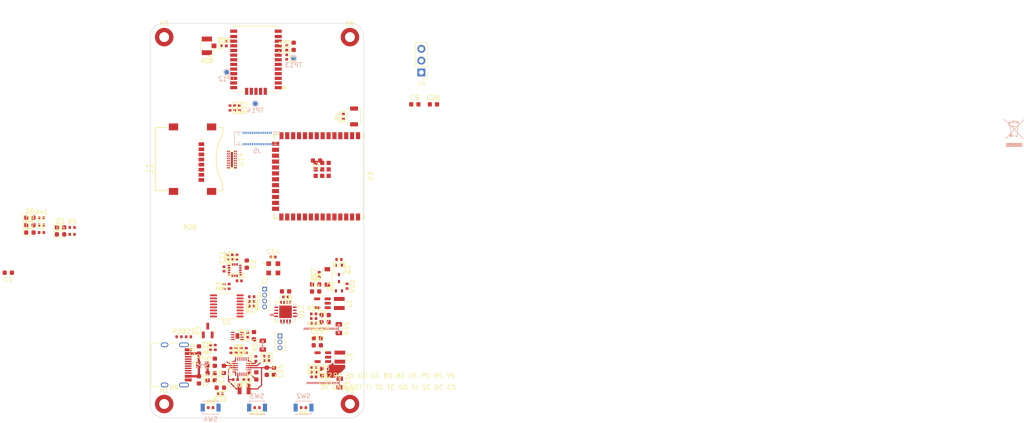
<source format=kicad_pcb>
(kicad_pcb (version 20211014) (generator pcbnew)
  (layers (0 "F.Cu" signal) (1 "In1.Cu" signal) (2 "In2.Cu" signal) (31 "B.Cu" signal) (34 "B.Paste" user) (35 "F.Paste" user) (36 "B.SilkS" user "B.Silkscreen") (37 "F.SilkS" user "F.Silkscreen") (38 "B.Mask" user) (39 "F.Mask" user) (44 "Edge.Cuts" user))
  (net 0 "")
  (net 1 "Net-(C16-Pad1)")
  (net 2 "VBUS")
  (net 3 "VDD_NVDC")
  (net 4 "+BATT")
  (net 5 "/GPS/GPS_RF")
  (net 6 "Net-(C6-Pad1)")
  (net 7 "/GPS/L96_1PPS")
  (net 8 "Net-(D3-Pad1)")
  (net 9 "/GPS/GPS_UART.RX")
  (net 10 "/GPS/GPS_UART.TX")
  (net 11 "VDD_CORE_3V3")
  (net 12 "Net-(C13-Pad1)")
  (net 13 "Net-(C6-Pad2)")
  (net 14 "VDD_AUX_3V3")
  (net 15 "Net-(C31-Pad1)")
  (net 16 "Net-(C10-Pad1)")
  (net 17 "Net-(C10-Pad2)")
  (net 18 "Net-(C31-Pad2)")
  (net 19 "Net-(D1-Pad2)")
  (net 20 "Net-(C23-Pad1)")
  (net 21 "Net-(C37-Pad1)")
  (net 22 "Net-(D3-Pad2)")
  (net 23 "/Power/PORT_D+")
  (net 24 "/Power/PORT_D-")
  (net 25 "Net-(J2-PadA5)")
  (net 27 "Net-(J2-PadB5)")
  (net 29 "Net-(J3-Pad2)")
  (net 30 "Net-(L1-Pad1)")
  (net 31 "/Power/CORE_ENABLE")
  (net 32 "Net-(D7-Pad2)")
  (net 33 "Net-(D8-Pad2)")
  (net 34 "Net-(R19-Pad1)")
  (net 35 "/Power/USB_CHG.D-")
  (net 36 "/Power/USB_CHG.D+")
  (net 37 "/Power/USB_ESP.D-")
  (net 38 "Net-(R31-Pad2)")
  (net 39 "/Power/BOOTSTRAP")
  (net 40 "Net-(J1-Pad1)")
  (net 41 "Net-(J1-Pad2)")
  (net 42 "Net-(J1-Pad3)")
  (net 43 "Net-(R36-Pad2)")
  (net 44 "/Power/USB_ESP.D+")
  (net 45 "Net-(J1-Pad5)")
  (net 46 "Net-(D6-Pad2)")
  (net 47 "Net-(J1-Pad7)")
  (net 48 "/Power/BMS_INT")
  (net 49 "/Processor/NAV_BTN")
  (net 50 "/Processor/BOOT_BTN")
  (net 51 "~{RESET}")
  (net 52 "/Display/LCD_RGB.B1")
  (net 53 "/Display/LCD_RGB.B0")
  (net 54 "/Display/LCD_RGB.G2")
  (net 55 "/Display/LCD_RGB.G1")
  (net 56 "/Display/LCD_RGB.G0")
  (net 57 "/Display/LCD_RGB.R2")
  (net 58 "/Display/LCD_RGB.R1")
  (net 59 "/Display/LCD_RGB.R0")
  (net 60 "/Display/DISPLAY_BL")
  (net 61 "Net-(J1-Pad8)")
  (net 62 "/Power/SHUTDOWN")
  (net 63 "/Power/POWER_BUTTON")
  (net 64 "Net-(D5-Pad2)")
  (net 65 "/GPS/ANT_RF")
  (net 66 "/GPS/MOD_RF")
  (net 73 "Net-(TP13-Pad1)")
  (net 74 "Net-(R34-Pad1)")
  (net 75 "Net-(R36-Pad1)")
  (net 76 "Net-(R44-Pad1)")
  (net 77 "Net-(R46-Pad1)")
  (net 78 "/Power/ISENSE_INT")
  (net 79 "/Display/TOUCH_INT")
  (net 80 "/Power/ISENSE_SDA")
  (net 81 "/Power/ISENSE_SCL")
  (net 82 "Net-(L3-Pad1)")
  (net 83 "/Processor/STATUS_IOEXP0")
  (net 84 "/Processor/STATUS_IOEXP1")
  (net 85 "Net-(R9-Pad1)")
  (net 86 "/Processor/STATUS_ESP")
  (net 87 "/Display/LCD_SPI_CS")
  (net 88 "/Display/LCD_MUX0")
  (net 89 "/Display/LCD_MUX1")
  (net 90 "/Display/LCD_MUX2")
  (net 91 "/GPS/GPS_FIX")
  (net 92 "/GPS/GPS_FORCE_ON")
  (net 93 "/Power/AUX_REG_EN")
  (net 94 "/Processor/IOEXP_INT")
  (net 98 "/Power/VCORE_S-")
  (net 99 "/Power/VCORE_S+")
  (net 100 "/Power/VAUX_S-")
  (net 101 "/Power/VAUX_S+")
  (net 102 "/Power/VBUS_S+")
  (net 103 "/Power/VBUS_S-")
  (net 104 "/Power/VBAT_S-")
  (net 105 "/Power/VBAT_S+")
  (net 106 "/Display/LCD_MUX3")
  (net 107 "/Processor/SDMMC.D1")
  (net 108 "/Processor/SDMMC.D2")
  (net 109 "/Processor/SDMMC.D0")
  (net 110 "/Processor/SDMMC.CLK")
  (net 111 "/Processor/SDMMC.CMD")
  (net 112 "/Processor/SDMMC.D3")
  (net 116 "/Processor/DEBUG_TX")
  (net 117 "/Processor/DEBUG_RX")
  (net 118 "Net-(R50-Pad1)")
  (net 119 "Net-(R52-Pad1)")
  (net 120 "Net-(R53-Pad1)")
  (net 121 "Net-(R54-Pad1)")
  (net 122 "Net-(C35-Pad1)")
  (net 123 "GND")
  (net 124 "/Display/SYS_I2C.SCL")
  (net 125 "/Display/SYS_I2C.SDA")
  (footprint "Capacitor_SMD:C_0603_1608Metric" (layer "F.Cu") (at 65.91618 118.025 90)
    (fp_text reference "C41")
    (fp_text value "4.7u")
  )
  (footprint "bt_Resistor:R_0805_4WKelvin" (layer "F.Cu") (at 63.32618 118.6)
    (fp_text reference "R42")
    (fp_text value "R_Shunt")
  )
  (footprint "Resistor_SMD:R_0402_1005Metric" (layer "F.Cu") (at 72.6975 115.5 90)
    (fp_text reference "R44")
    (fp_text value "0")
  )
  (footprint "bt_Module_GPS:Quectel_L96-M33" (layer "F.Cu") (at 74.78382 52.69632 180)
    (fp_text reference "U4")
    (fp_text value "L96-M33")
  )
  (footprint "Capacitor_SMD:C_0603_1608Metric" (layer "F.Cu") (at 89.738751 119.436251 180)
    (fp_text reference "C32")
    (fp_text value "10u")
  )
  (footprint "Resistor_SMD:R_0402_1005Metric" (layer "F.Cu") (at 65.02132 127.8)
    (fp_text reference "R8")
    (fp_text value "100k")
  )
  (footprint "Resistor_SMD:R_0402_1005Metric" (layer "F.Cu") (at 94.4 101.65 -90)
    (fp_text reference "R20")
    (fp_text value "100k")
  )
  (footprint "Resistor_SMD:R_0402_1005Metric" (layer "F.Cu") (at 73.865 104.935 180)
    (fp_text reference "R48")
    (fp_text value "0")
  )
  (footprint "Package_TO_SOT_SMD:SOT-23" (layer "F.Cu") (at 64.4 111.2 90)
    (fp_text reference "D4")
    (fp_text value "PESD3V3L2UM")
  )
  (footprint "Resistor_SMD:R_0402_1005Metric" (layer "F.Cu") (at 69.7 95.4 90)
    (fp_text reference "R9")
    (fp_text value "10k")
  )
  (footprint "Capacitor_SMD:C_0603_1608Metric" (layer "F.Cu") (at 87.63 101.271)
    (fp_text reference "C5")
    (fp_text value "4.7u")
  )
  (footprint "Capacitor_SMD:C_0603_1608Metric" (layer "F.Cu") (at 81.15 102.775 180)
    (fp_text reference "C38")
    (fp_text value "4.7u")
  )
  (footprint "Resistor_SMD:R_0402_1005Metric" (layer "F.Cu") (at 77.0625 117.675)
    (fp_text reference "R36")
    (fp_text value "14k")
  )
  (footprint "LED_SMD:LED_0603_1608Metric" (layer "F.Cu") (at 26.1 88.5)
    (fp_text reference "D8")
    (fp_text value "LED_Small_Filled")
  )
  (footprint "Capacitor_SMD:C_0402_1005Metric" (layer "F.Cu") (at 81.15 103.975 180)
    (fp_text reference "C39")
    (fp_text value "0.1u")
  )
  (footprint "Resistor_SMD:R_0402_1005Metric" (layer "F.Cu") (at 92.65 95.9 180)
    (fp_text reference "R23")
    (fp_text value "100k")
  )
  (footprint "Resistor_SMD:R_0402_1005Metric" (layer "F.Cu") (at 73.865 103.925 180)
    (fp_text reference "R49")
    (fp_text value "0")
  )
  (footprint "Resistor_SMD:R_0402_1005Metric" (layer "F.Cu") (at 69 101.7 90)
    (fp_text reference "R4")
    (fp_text value "4.7k")
  )
  (footprint "Capacitor_SMD:C_0603_1608Metric" (layer "F.Cu") (at 89.675 109.4 180)
    (fp_text reference "C8")
    (fp_text value "10u")
  )
  (footprint "Capacitor_SMD:C_0402_1005Metric" (layer "F.Cu") (at 87.238751 121.186251)
    (fp_text reference "C31")
    (fp_text value "10p")
  )
  (footprint "Connector_USB:USB_C_Receptacle_HRO_TYPE-C-31-M-12" (layer "F.Cu") (at 56.155 118.6 -90)
    (fp_text reference "J2")
    (fp_text value "USB_C_Receptacle_USB2.0")
  )
  (footprint "LED_SMD:LED_0603_1608Metric" (layer "F.Cu") (at 26.1 90.1)
    (fp_text reference "D7")
    (fp_text value "LED_Small_Filled")
  )
  (footprint "Mounting_Wuerth:Mounting_Wuerth_WA-SMSI-M1.6_H2mm_9774020633" (layer "F.Cu") (at 55.02132 48.02132)
    (fp_text reference "H3")
    (fp_text value "TL")
  )
  (footprint "Resistor_SMD:R_0402_1005Metric" (layer "F.Cu") (at 67.89 49.9)
    (fp_text reference "R38")
    (fp_text value "0")
  )
  (footprint "Resistor_SMD:R_0402_1005Metric" (layer "F.Cu") (at 73.84 105.95 180)
    (fp_text reference "R47")
    (fp_text value "0")
  )
  (footprint "Package_TO_SOT_SMD:SOT-23-5" (layer "F.Cu") (at 89.188751 116.936251 180)
    (fp_text reference "U13")
    (fp_text value "TLV62569DBV/AP3428")
  )
  (footprint "Resistor_SMD:R_0402_1005Metric" (layer "F.Cu") (at 70.4975 115.5 -90)
    (fp_text reference "R25")
    (fp_text value "0")
  )
  (footprint "Capacitor_SMD:C_0603_1608Metric" (layer "F.Cu") (at 89.675 107.875 180)
    (fp_text reference "C7")
    (fp_text value "10u")
  )
  (footprint "bt_Resistor:R_0805_4WKelvin" (layer "F.Cu") (at 92.813751 122.486251 -90)
    (fp_text reference "R51")
    (fp_text value "R_Shunt")
  )
  (footprint "Resistor_SMD:R_0402_1005Metric" (layer "F.Cu") (at 88.4 99.15 90)
    (fp_text reference "R27")
    (fp_text value "100k")
  )
  (footprint "Capacitor_SMD:C_0402_1005Metric" (layer "F.Cu") (at 81.4 50.32 90)
    (fp_text reference "C19")
    (fp_text value "0.1u")
  )
  (footprint "Capacitor_SMD:C_0603_1608Metric" (layer "F.Cu") (at 72.8 96.9 -90)
    (fp_text reference "C2")
    (fp_text value "4.7u")
  )
  (footprint "LED_SMD:LED_0603_1608Metric" (layer "F.Cu") (at 32.7 89)
    (fp_text reference "D1")
    (fp_text value "LED_Small_Filled")
  )
  (footprint "Resistor_SMD:R_0402_1005Metric" (layer "F.Cu") (at 74.7625 117.275 90)
    (fp_text reference "R46")
    (fp_text value "0")
  )
  (footprint "Resistor_SMD:R_0402_1005Metric" (layer "F.Cu") (at 77.0625 116.725 180)
    (fp_text reference "R37")
    (fp_text value "14k")
  )
  (footprint "Capacitor_SMD:C_0603_1608Metric" (layer "F.Cu") (at 67.8625 119.575 -90)
    (fp_text reference "C23")
    (fp_text value "10u")
  )
  (footprint "Resistor_SMD:R_0402_1005Metric" (layer "F.Cu") (at 67.937 101.7 90)
    (fp_text reference "R3")
    (fp_text value "4.7k")
  )
  (footprint "Resistor_SMD:R_0402_1005Metric" (layer "F.Cu") (at 75.02132 127.8 180)
    (fp_text reference "R19")
    (fp_text value "100k")
  )
  (footprint "Resistor_SMD:R_0402_1005Metric" (layer "F.Cu") (at 69.3975 115.5 -90)
    (fp_text reference "R24")
    (fp_text value "0")
  )
  (footprint "Package_DFN_QFN:UQFN-16-1EP_4x4mm_P0.65mm_EP2.7x2.7mm" (layer "F.Cu") (at 81.15 107.175 -90)
    (fp_text reference "U12")
    (fp_text value "PAC1944")
  )
  (footprint "LED_SMD:LED_0603_1608Metric" (layer "F.Cu") (at 32.7 90.5)
    (fp_text reference "D5")
    (fp_text value "LED_Small_Filled")
  )
  (footprint "Connector_PinHeader_1.27mm:PinHeader_1x03_P1.27mm_Vertical" (layer "F.Cu") (at 79.94632 112.3775)
    (fp_text reference "J3")
    (fp_text value "BATTERY")
  )
  (footprint "LED_SMD:LED_0603_1608Metric" (layer "F.Cu") (at 67.11618 123.5 180)
    (fp_text reference "D3")
    (fp_text value "LED_Small_Filled")
  )
  (footprint "Resistor_SMD:R_0402_1005Metric" (layer "F.Cu") (at 71.5975 115.5 90)
    (fp_text reference "R34")
    (fp_text value "14k")
  )
  (footprint "Connector_Coaxial:U.FL_Hirose_U.FL-R-SMT-1_Vertical" (layer "F.Cu") (at 64.69 49.9 180)
    (fp_text reference "AE1")
    (fp_text value "Antenna_Shield")
  )
  (footprint "Capacitor_SMD:C_0603_1608Metric" (layer "F.Cu") (at 113 62.5)
    (fp_text reference "C26")
    (fp_text value "1u")
  )
  (footprint "Capacitor_SMD:C_0603_1608Metric" (layer "F.Cu") (at 82.9 50 90)
    (fp_text reference "C18")
    (fp_text value "4.7u")
  )
  (footprint "Capacitor_SMD:C_0603_1608Metric" (layer "F.Cu") (at 62.50118 115.375 90)
    (fp_text reference "C36")
    (fp_text value "4.7u")
  )
  (footprint "Capacitor_SMD:C_0603_1608Metric" (layer "F.Cu") (at 87.825 74.6 180)
    (fp_text reference "C3")
    (fp_text value "4.7u")
  )
  (footprint "Resistor_SMD:R_0402_1005Metric" (layer "F.Cu") (at 87.2 108.625 180)
    (fp_text reference "R29")
    (fp_text value "?")
  )
  (footprint "Resistor_SMD:R_0402_1005Metric" (layer "F.Cu") (at 69.2 63.275 -90)
    (fp_text reference "R53")
    (fp_text value "0")
  )
  (footprint "Capacitor_SMD:C_0603_1608Metric" (layer "F.Cu") (at 87.988751 114.386251)
    (fp_text reference "C30")
    (fp_text value "1u")
  )
  (footprint "Inductor_SMD:L_Wuerth_MAPI-2510" (layer "F.Cu") (at 72.23 123.775)
    (fp_text reference "L2")
    (fp_text value "0.47u")
  )
  (footprint "Resistor_SMD:R_0402_1005Metric" (layer "F.Cu") (at 28.6 86.9)
    (fp_text reference "R41")
    (fp_text value "1k")
  )
  (footprint "Resistor_SMD:R_0402_1005Metric" (layer "F.Cu") (at 65.01618 114.84 90)
    (fp_text reference "R33")
    (fp_text value "0")
  )
  (footprint "Capacitor_SMD:C_0603_1608Metric" (layer "F.Cu") (at 21.45 98.75 180)
    (fp_text reference "C1")
    (fp_text value "4.7u")
  )
  (footprint "Connector_PinHeader_2.54mm:PinHeader_1x03_P2.54mm_Vertical" (layer "F.Cu") (at 110.4 55.625 180)
    (fp_text reference "J4")
    (fp_text value "Debug UART")
  )
  (footprint "Capacitor_SMD:C_0603_1608Metric" (layer "F.Cu") (at 74.34632 112.3 90)
    (fp_text reference "C34")
    (fp_text value "10u")
  )
  (footprint "Resistor_SMD:R_0402_1005Metric" (layer "F.Cu") (at 60.255 112.55)
    (fp_text reference "R21")
    (fp_text value "0")
  )
  (footprint "Capacitor_SMD:C_0603_1608Metric" (layer "F.Cu") (at 65.91618 121.15 -90)
    (fp_text reference "C22")
    (fp_text value "4.7u")
  )
  (footprint "Capacitor_SMD:C_0402_1005Metric" (layer "F.Cu") (at 87.2 109.625 180)
    (fp_text reference "C6")
    (fp_text value "10p")
  )
  (footprint "Capacitor_SMD:C_0603_1608Metric" (layer "F.Cu") (at 87.63 102.78975)
    (fp_text reference "C4")
    (fp_text value "1u")
  )
  (footprint "Resistor_SMD:R_0402_1005Metric" (layer "F.Cu") (at 72.6625 121.775 180)
    (fp_text reference "R31")
    (fp_text value "1k")
  )
  (footprint "Capacitor_SMD:C_0603_1608Metric" (layer "F.Cu") (at 74.8625 120.975 90)
    (fp_text reference "C37")
    (fp_text value "10u")
  )
  (footprint "Resistor_SMD:R_0402_1005Metric" (layer "F.Cu") (at 66.01618 114.84 90)
    (fp_text reference "R26")
    (fp_text value "0")
  )
  (footprint "Capacitor_SMD:C_0402_1005Metric" (layer "F.Cu") (at 78.475 95.375)
    (fp_text reference "C14")
    (fp_text value "0.1u")
  )
  (footprint "Capacitor_SMD:C_0603_1608Metric" (layer "F.Cu") (at 89.738751 120.986251 180)
    (fp_text reference "C33")
    (fp_text value "10u")
  )
  (footprint "bt_Package_LGA:TE_MS563702BA03-50" (layer "F.Cu") (at 78.5125 97.8)
    (fp_text reference "U6")
    (fp_text value "MS5637-02BA03")
  )
  (footprint "Resistor_SMD:R_0402_1005Metric" (layer "F.Cu") (at 35.2 89)
    (fp_text reference "R5")
    (fp_text value "1k")
  )
  (footprint "bt_Resistor:R_0805_4WKelvin" (layer "F.Cu") (at 76.24632 114.3525 90)
    (fp_text reference "R50")
    (fp_text value "R_Shunt")
  )
  (footprint "Capacitor_SMD:C_0603_1608Metric" (layer "F.Cu") (at 78.6625 119.975 -90)
    (fp_text reference "C25")
    (fp_text value "10u")
  )
  (footprint "Inductor_SMD:L_Wuerth_MAPI-2510" (layer "F.Cu") (at 92.725 105.375 -90)
    (fp_text reference "L1")
    (fp_text value "1u")
  )
  (footprint "Resistor_SMD:R_0402_1005Metric" (layer "F.Cu") (at 70.2 63.275 -90)
    (fp_text reference "R54")
    (fp_text value "0")
  )
  (footprint "bt_Package_DFN:UDFN-16-4x1.6_P0.5mm_EP3x0.5mm" (layer "F.Cu") (at 69.6 74.4 90)
    (fp_text reference "U14")
    (fp_text value "EClamp2410P")
  )
  (footprint "Diode_SMD:D_SOD-123" (layer "F.Cu") (at 90.15 99.65 90)
    (fp_text reference "D2")
    (fp_text value "MBR0540")
  )
  (footprint "Capacitor_SMD:C_0402_1005Metric" (layer "F.Cu") (at 73.00632 112.15 90)
    (fp_text reference "C20")
    (fp_text value "0.1u")
  )
  (footprint "Resistor_SMD:R_0402_1005Metric" (layer "F.Cu") (at 87.238751 120.186251)
    (fp_text reference "R35")
    (fp_text value "?")
  )
  (footprint "Button_Switch_SMD:SW_SPST_B3U-1000P" (layer "F.Cu") (at 95.9 65.1 90)
    (fp_text reference "SW1")
    (fp_text value "RESET")
  )
  (footprint "bt_Connector_uSD:GCT_MEM2067-02-180-00-A_REVB" (layer "F.Cu") (at 60.4 74.3 90)
    (fp_text reference "J1")
    (fp_text value "MEM2067")
  )
  (footprint "Capacitor_SMD:C_0603_1608Metric" (layer "F.Cu") (at 108.99 62.5)
    (fp_text reference "C9")
    (fp_text value "1u")
  )
  (footprint "Resistor_SMD:R_0402_1005Metric" (layer "F.Cu") (at 93.6 65.1 90)
    (fp_text reference "R1")
    (fp_text value "100k")
  )
  (footprint "Resistor_SMD:R_0402_1005Metric" (layer "F.Cu") (at 85.02132 127.8 180)
    (fp_text reference "R6")
    (fp_text value "100k")
  )
  (footprint "Package_TO_SOT_SMD:SOT-23-5" (layer "F.Cu") (at 89.1 105.325 180)
    (fp_text reference "U7")
    (fp_text value "TLV62569DBV/AP3428")
  )
  (footprint "Connector_PinHeader_1.27mm:PinHeader_1x04_P1.27mm_Vertical" (layer "F.Cu") (at 76.65 102.3)
    (fp_text reference "J7")
    (fp_text value "I2C ISENSE")
  )
  (footprint "Resistor_SMD:R_0402_1005Metric" (layer "F.Cu") (at 35.2 90.5)
    (fp_text reference "R28")
    (fp_text value "1k")
  )
  (footprint "Capacitor_SMD:C_0603_1608Metric" (layer "F.Cu") (at 87.988751 112.836251)
    (fp_text reference "C29")
    (fp_text value "4.7u")
  )
  (footprint "Resistor_SMD:R_0402_1005Metric" (layer "F.Cu") (at 58.215 112.55)
    (fp_text reference "R22")
    (fp_text value "0")
  )
  (footprint "Resistor_SMD:R_0402_1005Metric" (layer "F.Cu") (at 67.11618 124.8 180)
    (fp_text reference "R32")
    (fp_text value "1k")
  )
  (footprint "Resistor_SMD:R_0402_1005Metric" (layer "F.Cu") (at 68.4 49.4025 90)
    (fp_text reference "R39")
    (fp_text value "0")
  )
  (footprint "Capacitor_SMD:C_0402_1005Metric" (layer "F.Cu") (at 81.4 52.32 -90)
    (fp_text reference "C17")
    (fp_text value "0.1u")
  )
  (footprint "Capacitor_SMD:C_0603_1608Metric" (layer "F.Cu") (at 64.36618 121.15 -90)
    (fp_text reference "C21")
    (fp_text value "4.7u")
  )
  (footprint "Capacitor_SMD:C_0402_1005Metric" (layer "F.Cu") (at 70.7 95.4 90)
    (fp_text reference "C12")
    (fp_text value "0.1u")
  )
  (footprint "bt_Package_QFN:MP_QFN-26-3.5x3.5_P0.45mm" (layer "F.Cu") (at 71.7625 118.975)
    (fp_text reference "U8")
    (fp_text value "MP2723")
  )
  (footprint "bt_Espressif:ESP32-S3-WROOM-1U" (layer "F.Cu") (at 88.5 78 -90)
    (fp_text reference "U3")
    (fp_text value "ESP32-S3-WROOM-1-PinOrder")
  )
  (footprint "LED_SMD:LED_0603_1608Metric" (layer "F.Cu") (at 26.1 86.9)
    (fp_text reference "D6")
    (fp_text value "LED_Small_Filled")
  )
  (footprint "Capacitor_SMD:C_0603_1608Metric" (layer "F.Cu") (at 77.1125 119.975 -90)
    (fp_text reference "C24")
    (fp_text value "10u")
  )
  (footprint "Mounting_Wuerth:Mounting_Wuerth_WA-SMSI-M1.6_H2mm_9774020633" (layer "F.Cu") (at 95.02132 127.02132)
    (fp_text reference "H2")
    (fp_text value "BR")
  )
  (footprint "Resistor_SMD:R_0402_1005Metric" (layer "F.Cu") (at 87.238751 119.186251 180)
    (fp_text reference "R43")
    (fp_text value "100k")
  )
  (footprint "Resistor_SMD:R_0402_1005Metric" (layer "F.Cu") (at 28.6 88.5)
    (fp_text reference "R7")
    (fp_text value "1k")
  )
  (footprint "Resistor_SMD:R_0402_1005Metric" (layer "F.Cu") (at 71.2 63.275 -90)
    (fp_text reference "R52")
    (fp_text value "0")
  )
  (footprint "Capacitor_SMD:C_0402_1005Metric" (layer "F.Cu") (at 71.18 100.5)
    (fp_text reference "C16")
    (fp_text value "0.1u")
  )
  (footprint "Resistor_SMD:R_0402_1005Metric" (layer "F.Cu") (at 28.6 90.1)
    (fp_text reference "R2")
    (fp_text value "1k")
  )
  (footprint "Package_LGA:LGA-16_3x3mm_P0.5mm_LayoutBorder3x5y" (layer "F.Cu") (at 70.2 98.2)
    (fp_text reference "U5")
    (fp_text value "FXOS8700CQR1")
  )
  (footprint "bt_Resistor:R_0805_4WKelvin" (layer "F.Cu") (at 92.625 110.8 -90)
    (fp_text reference "R45")
    (fp_text value "R_Shunt")
  )
  (footprint "Package_TO_SOT_SMD:SOT-323_SC-70" (layer "F.Cu") (at 92.65 101.65 90)
    (fp_text reference "Q3")
    (fp_text value "Q_NMOS_DGS")
  )
  (footprint "Mounting_Wuerth:Mounting_Wuerth_WA-SMSI-M1.6_H2mm_9774020633" (layer "F.Cu") (at 95.02132 48.02132)
    (fp_text reference "H4")
    (fp_text value "TR")
  )
  (footprint "Package_SO:TSSOP-16_4.4x5mm_P0.65mm" (layer "F.Cu") (at 68.5 105.9 180)
    (fp_text reference "U1")
    (fp_text value "PI4IOE5V9554A")
  )
  (footprint "Inductor_SMD:L_Wuerth_MAPI-2510" (layer "F.Cu") (at 92.838751 116.936251 -90)
    (fp_text reference "L3")
    (fp_text value "1u")
  )
  (footprint "Capacitor_SMD:C_0402_1005Metric" (layer "F.Cu") (at 68.7 95.4 90)
    (fp_text reference "C11")
    (fp_text value "0.1u")
  )
  (footprint "Capacitor_SMD:C_0402_1005Metric" (layer "F.Cu") (at 70.3625 121.775 180)
    (fp_text reference "C10")
    (fp_text value "0.1u")
  )
  (footprint "Mounting_Wuerth:Mounting_Wuerth_WA-SMSI-M1.6_H2mm_9774020633" (layer "F.Cu") (at 55.02132 127.02132)
    (fp_text reference "H1")
    (fp_text value "BL")
  )
  (footprint "Capacitor_SMD:C_0402_1005Metric" (layer "F.Cu") (at 67.9 97.95 -90)
    (fp_text reference "C13")
    (fp_text value "0.1u")
  )
  (footprint "Package_TO_SOT_SMD:SOT-323_SC-70" (layer "F.Cu") (at 92.65 98.15 -90)
    (fp_text reference "Q2")
    (fp_text value "Q_NMOS_DGS")
  )
  (footprint "Capacitor_SMD:C_0603_1608Metric" (layer "F.Cu") (at 62.50118 121.825 -90)
    (fp_text reference "C35")
    (fp_text value "4.7u")
  )
  (footprint "Package_DFN_QFN:TDFN-8-1EP_2x2mm_P0.5mm_EP0.8x1.2mm" (layer "F.Cu") (at 70.78132 112.375 180)
    (fp_text reference "U9")
    (fp_text value "MAX17048G")
  )
  (footprint "Resistor_SMD:R_0402_1005Metric" (layer "F.Cu") (at 87.2 107.625)
    (fp_text reference "R30")
    (fp_text value "100k")
  )
  (footprint "Button_Switch_SMD:SW_SPST_B3U-1000P" (layer "B.Cu") (at 85.02132 127.8 180)
    (fp_text reference "SW2")
    (fp_text value "BOOT")
  )
  (footprint "Connector_Molex:Molex_SlimStack_502426-3210_2x16_P0.40mm_Vertical" (layer "B.Cu") (at 75.02132 69.85)
    (fp_text reference "J5")
    (fp_text value "Conn_02x16_Odd_Even_MountingPin")
    (fp_line (start 3.79 0.76) (end 4.11 0.76) (layer "Edge.Cuts") (width 0.1))
    (fp_line (start -3.79 -1.41) (end -3.79 -0.76) (layer "Edge.Cuts") (width 0.1))
    (fp_line (start -3.79 -0.76) (end -4.11 -0.76) (layer "Edge.Cuts") (width 0.1))
    (fp_line (start 3.79 1.41) (end 3.79 0.76) (layer "Edge.Cuts") (width 0.1))
    (fp_line (start 4.11 -0.76) (end 3.79 -0.76) (layer "Edge.Cuts") (width 0.1))
    (fp_line (start 4.11 -1.41) (end 4.11 -0.76) (layer "Edge.Cuts") (width 0.1))
    (fp_line (start 4.11 0.76) (end 4.11 1.41) (layer "Edge.Cuts") (width 0.1))
    (fp_line (start 3.79 -1.41) (end 4.11 -1.41) (layer "Edge.Cuts") (width 0.1))
    (fp_line (start -3.79 0.76) (end -3.79 1.41) (layer "Edge.Cuts") (width 0.1))
    (fp_line (start -4.11 -1.41) (end -3.79 -1.41) (layer "Edge.Cuts") (width 0.1))
    (fp_line (start -4.11 -0.76) (end -4.11 -1.41) (layer "Edge.Cuts") (width 0.1))
    (fp_line (start 4.11 1.41) (end 3.79 1.41) (layer "Edge.Cuts") (width 0.1))
    (fp_line (start 3.79 -0.76) (end 3.79 -1.41) (layer "Edge.Cuts") (width 0.1))
    (fp_line (start -4.11 1.41) (end -4.11 0.76) (layer "Edge.Cuts") (width 0.1))
    (fp_line (start -4.11 0.76) (end -3.79 0.76) (layer "Edge.Cuts") (width 0.1))
    (fp_line (start -3.79 1.41) (end -4.11 1.41) (layer "Edge.Cuts") (width 0.1))
  )
  (footprint "TestPoint:TestPoint_Pad_D1.0mm" (layer "B.Cu") (at 82.87868 52.575)
    (fp_text reference "TP13")
    (fp_text value "GPS_INT")
  )
  (footprint "TestPoint:TestPoint_Pad_D1.0mm" (layer "B.Cu") (at 74.64118 62.35)
    (fp_text reference "TP14")
    (fp_text value "GPS_FON")
  )
  (footprint "Button_Switch_SMD:SW_SPST_B3U-1000P" (layer "B.Cu") (at 75.02132 127.8 180)
    (fp_text reference "SW3")
    (fp_text value "POWER")
  )
  (footprint "TestPoint:TestPoint_Pad_D1.0mm" (layer "B.Cu") (at 68.47868 55.575)
    (fp_text reference "TP12")
    (fp_text value "GPS_RST")
  )
  (footprint "Symbol:WEEE-Logo_4.2x6mm_SilkScreen" (layer "B.Cu") (at 238.05 68.65 180)
    (fp_text reference "N6" hide)
    (fp_text value "Display Board" hide)
  )
  (footprint "Button_Switch_SMD:SW_SPST_B3U-1000P" (layer "B.Cu") (at 65.02132 127.8)
    (fp_text reference "SW4")
    (fp_text value "NAV")
  )
  (gr_arc (start 52.02132 48.02132) (mid 52.9 45.9) (end 55.02132 45.02132) (layer "Edge.Cuts") (width 0.1))
  (gr_arc (start 95.02132 45.02132) (mid 97.142646 45.899994) (end 98.02132 48.02132) (layer "Edge.Cuts") (width 0.1))
  (gr_line (start 95.02132 45.02132) (end 55.02132 45.02132) (layer "Edge.Cuts") (width 0.1))
  (gr_arc (start 55.02132 130.02132) (mid 52.900006 129.142634) (end 52.02132 127.02132) (layer "Edge.Cuts") (width 0.1))
  (gr_arc (start 98.02132 127.02132) (mid 97.142634 129.142634) (end 95.02132 130.02132) (layer "Edge.Cuts") (width 0.1))
  (gr_line (start 98.02132 127.02132) (end 98.02132 48.02132) (layer "Edge.Cuts") (width 0.1))
  (gr_line (start 95.02132 130.02132) (end 55.02132 130.02132) (layer "Edge.Cuts") (width 0.1))
  (gr_line (start 52.02132 127.02132) (end 52.02132 48.02132) (layer "Edge.Cuts") (width 0.1))
  (gr_text "3V GND RST TI TD TC SO SI SC DC CS" (at 103.225 123.475) (layer "F.SilkS") (effects (font (size 1 1))))
  (gr_text "BL R0 R1 G0 G1 B0 B1 DE PC HS VS" (at 103.225 120.925) (layer "F.SilkS") (effects (font (size 1 1))))
  (segment (start 70.3125 118.3) (end 68.8875 118.3) (width 0.25) (layer "F.Cu") (net 2))
  (segment (start 64.36618 119.25) (end 64.16618 119.05) (width 0.5) (layer "F.Cu") (net 2))
  (segment (start 64.36618 120.375) (end 64.36618 119.25) (width 0.5) (layer "F.Cu") (net 2))
  (segment (start 68.8875 118.3) (end 68.5625 117.975) (width 0.25) (layer "F.Cu") (net 2))
  (segment (start 65.94118 120.35) (end 65.91618 120.375) (width 0.25) (layer "F.Cu") (net 2))
  (segment (start 73.205 123.775) (end 75.1625 123.775) (width 0.25) (layer "F.Cu") (net 3))
  (segment (start 73.2125 119.2) (end 75.9875 119.2) (width 0.25) (layer "F.Cu") (net 3))
  (segment (start 75.1625 123.775) (end 75.9875 122.95) (width 0.25) (layer "F.Cu") (net 3))
  (segment (start 78.2125 119.2) (end 76.6625 119.2) (width 0.25) (layer "F.Cu") (net 3))
  (segment (start 75.9875 122.95) (end 75.9875 119.2) (width 0.25) (layer "F.Cu") (net 3))
  (segment (start 75.9875 119.2) (end 76.6625 119.2) (width 0.25) (layer "F.Cu") (net 3))
  (segment (start 70.8625 120.625) (end 70.8625 121.755) (width 0.25) (layer "F.Cu") (net 16))
  (segment (start 70.8625 121.755) (end 70.8425 121.775) (width 0.25) (layer "F.Cu") (net 16))
  (segment (start 68.8625 121.675) (end 68.8625 122.075) (width 0.25) (layer "F.Cu") (net 17))
  (segment (start 68.8625 122.075) (end 70.5625 123.775) (width 0.25) (layer "F.Cu") (net 17))
  (segment (start 71.255 123.775) (end 70.5625 123.775) (width 0.25) (layer "F.Cu") (net 17))
  (segment (start 70.5625 123.775) (end 69.905 123.1175) (width 0.25) (layer "F.Cu") (net 17))
  (segment (start 70.3125 119.2) (end 69.1375 119.2) (width 0.25) (layer "F.Cu") (net 17))
  (segment (start 69.8825 121.775) (end 68.9625 121.775) (width 0.25) (layer "F.Cu") (net 17))
  (segment (start 68.8625 119.475) (end 68.8625 121.675) (width 0.25) (layer "F.Cu") (net 17))
  (segment (start 68.9625 121.775) (end 68.8625 121.675) (width 0.25) (layer "F.Cu") (net 17))
  (segment (start 69.1375 119.2) (end 68.8625 119.475) (width 0.25) (layer "F.Cu") (net 17))
  (segment (start 67.9125 118.75) (end 67.8625 118.8) (width 0.25) (layer "F.Cu") (net 20))
  (segment (start 70.3125 118.75) (end 67.9125 118.75) (width 0.25) (layer "F.Cu") (net 20))
  (segment (start 74.7375 121.75) (end 73.1625 120.175) (width 0.25) (layer "F.Cu") (net 21))
  (segment (start 74.8625 121.75) (end 74.7375 121.75) (width 0.25) (layer "F.Cu") (net 21))
  (segment (start 74.7625 117.785) (end 74.7625 118.085) (width 0.25) (layer "F.Cu") (net 77))
  (segment (start 73.2125 118.3) (end 74.5475 118.3) (width 0.25) (layer "F.Cu") (net 77))
  (segment (start 74.5475 118.3) (end 74.7625 118.085) (width 0.25) (layer "F.Cu") (net 77))
  (segment (start 80.175 109.575) (end 80.175 109.175) (width 0.125) (layer "F.Cu") (net 98))
  (segment (start 92.525 110.925) (end 85.023222 110.925) (width 0.125) (layer "F.Cu") (net 98))
  (segment (start 80.375 109.775) (end 80.175 109.575) (width 0.125) (layer "F.Cu") (net 98))
  (segment (start 92.625 111.025) (end 92.525 110.925) (width 0.125) (layer "F.Cu") (net 98))
  (segment (start 92.625 111.455) (end 92.625 111.025) (width 0.125) (layer "F.Cu") (net 98))
  (segment (start 80.825 109.575) (end 80.825 109.175) (width 0.125) (layer "F.Cu") (net 99))
  (segment (start 80.625 109.775) (end 80.825 109.575) (width 0.125) (layer "F.Cu") (net 99))
  (segment (start 92.625 110.6) (end 92.55 110.675) (width 0.125) (layer "F.Cu") (net 99))
  (segment (start 92.55 110.675) (end 85.126778 110.675) (width 0.125) (layer "F.Cu") (net 99))
  (segment (start 92.625 110.145) (end 92.625 110.6) (width 0.125) (layer "F.Cu") (net 99))
  (segment (start 92.713751 122.611251) (end 92.813751 122.711251) (width 0.125) (layer "F.Cu") (net 100))
  (segment (start 78.55 107.7) (end 77.851778 107.7) (width 0.125) (layer "F.Cu") (net 100))
  (segment (start 85.661973 122.611251) (end 92.713751 122.611251) (width 0.125) (layer "F.Cu") (net 100))
  (segment (start 92.813751 122.711251) (end 92.813751 123.141251) (width 0.125) (layer "F.Cu") (net 100))
  (segment (start 79.15 107.5) (end 78.75 107.5) (width 0.125) (layer "F.Cu") (net 100))
  (segment (start 78.75 107.5) (end 78.55 107.7) (width 0.125) (layer "F.Cu") (net 100))
  (segment (start 78.55 107.95) (end 77.748222 107.95) (width 0.125) (layer "F.Cu") (net 101))
  (segment (start 79.15 108.15) (end 78.75 108.15) (width 0.125) (layer "F.Cu") (net 101))
  (segment (start 85.765529 122.361251) (end 92.713751 122.361251) (width 0.125) (layer "F.Cu") (net 101))
  (segment (start 78.75 108.15) (end 78.55 107.95) (width 0.125) (layer "F.Cu") (net 101))
  (segment (start 92.713751 122.361251) (end 92.813751 122.261251) (width 0.125) (layer "F.Cu") (net 101))
  (segment (start 92.813751 122.261251) (end 92.813751 121.831251) (width 0.125) (layer "F.Cu") (net 101))
  (segment (start 62.67118 118.6) (end 63.12618 118.6) (width 0.127) (layer "F.Cu") (net 102))
  (segment (start 63.12618 118.6) (end 63.20118 118.525) (width 0.127) (layer "F.Cu") (net 102))
  (segment (start 81.475 109.175) (end 81.475 109.575) (width 0.125) (layer "F.Cu") (net 102))
  (segment (start 81.475 109.575) (end 81.675 109.775) (width 0.125) (layer "F.Cu") (net 102))
  (segment (start 63.45118 118.525) (end 63.52618 118.6) (width 0.125) (layer "F.Cu") (net 103))
  (segment (start 63.52618 118.6) (end 63.98118 118.6) (width 0.125) (layer "F.Cu") (net 103))
  (segment (start 82.125 109.175) (end 82.125 109.575) (width 0.125) (layer "F.Cu") (net 103))
  (segment (start 82.125 109.575) (end 81.925 109.775) (width 0.125) (layer "F.Cu") (net 103))
  (segment (start 76.24632 114.5425) (end 76.18132 114.4775) (width 0.127) (layer "F.Cu") (net 104))
  (segment (start 83.55 108.15) (end 83.75 107.95) (width 0.125) (layer "F.Cu") (net 104))
  (segment (start 83.15 108.15) (end 83.55 108.15) (width 0.125) (layer "F.Cu") (net 104))
  (segment (start 76.18132 114.4775) (end 75.95632 114.4775) (width 0.127) (layer "F.Cu") (net 104))
  (segment (start 76.24632 115.0075) (end 76.24632 114.5425) (width 0.127) (layer "F.Cu") (net 104))
  (segment (start 83.15 107.5) (end 83.55 107.5) (width 0.125) (layer "F.Cu") (net 105))
  (segment (start 76.24632 114.1625) (end 76.24632 113.6975) (width 0.125) (layer "F.Cu") (net 105))
  (segment (start 83.55 107.5) (end 83.75 107.7) (width 0.125) (layer "F.Cu") (net 105))
  (segment (start 76.18132 114.2275) (end 76.24632 114.1625) (width 0.125) (layer "F.Cu") (net 105))
  (segment (start 75.0875 118.75) (end 73.2125 118.75) (width 0.25) (layer "F.Cu") (net 118))
  (segment (start 75.6625 118.175) (end 75.0875 118.75) (width 0.25) (layer "F.Cu") (net 118))
  (segment (start 62.48618 118.15) (end 62.48618 116.165) (width 0.5) (layer "F.Cu") (net 122))
  (segment (start 62.48618 116.165) (end 62.50118 116.15) (width 0.5) (layer "F.Cu") (net 122))
  (segment (start 60.2 116.15) (end 62.50118 116.15) (width 0.5) (layer "F.Cu") (net 122))
  (segment (start 62.50118 121.05) (end 62.50118 119.065) (width 0.5) (layer "F.Cu") (net 122))
  (segment (start 62.50118 119.065) (end 62.48618 119.05) (width 0.5) (layer "F.Cu") (net 122))
  (segment (start 60.2 121.05) (end 62.50118 121.05) (width 0.5) (layer "F.Cu") (net 122))
  (zone (net 0) (net_name "") (layers "F.Cu" "In1.Cu" "In2.Cu" "B.Cu") (connect_pads (clearance 0)) (min_thickness 0.254)
    (keepout (tracks not_allowed) (vias not_allowed) (pads not_allowed) (copperpour not_allowed) (footprints not_allowed))
    (fill (thermal_gap 0.508) (thermal_bridge_width 0.508))
    (polygon (pts (xy 71.07132 50.5) (xy 71.07132 45.325) (xy 78.97132 45.325) (xy 78.97132 50.5)))
  )
  (zone (net 14) (net_name "VDD_AUX_3V3") (layer "F.Cu") (priority 1) (connect_pads yes (clearance 0.254)) (min_thickness 0.254) (fill yes (thermal_gap 0.508) (thermal_bridge_width 0.508) (smoothing fillet))
    (polygon (pts (xy 90.066001 119.034001) (xy 91.616001 117.484001) (xy 93.991001 117.484001) (xy 93.991001 119.334001) (xy 91.916001 121.409001) (xy 90.066001 121.409001)))
  )
)
</source>
